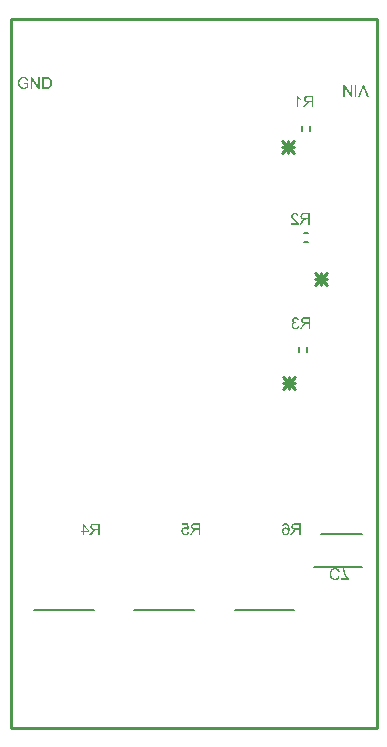
<source format=gbo>
G04*
G04 #@! TF.GenerationSoftware,Altium Limited,Altium Designer,22.10.1 (41)*
G04*
G04 Layer_Color=32896*
%FSLAX25Y25*%
%MOIN*%
G70*
G04*
G04 #@! TF.SameCoordinates,59214271-F8BB-42CD-AB19-65BC4A0A980D*
G04*
G04*
G04 #@! TF.FilePolarity,Positive*
G04*
G01*
G75*
%ADD11C,0.00787*%
%ADD13C,0.01000*%
G36*
X10294Y216894D02*
X10338D01*
X10443Y216883D01*
X10560Y216866D01*
X10682Y216838D01*
X10815Y216805D01*
X10943Y216761D01*
X10948D01*
X10960Y216755D01*
X10976Y216750D01*
X10998Y216738D01*
X11059Y216705D01*
X11137Y216666D01*
X11220Y216611D01*
X11309Y216544D01*
X11392Y216472D01*
X11470Y216383D01*
X11481Y216372D01*
X11503Y216339D01*
X11537Y216289D01*
X11581Y216217D01*
X11626Y216128D01*
X11675Y216017D01*
X11725Y215895D01*
X11764Y215756D01*
X11304Y215634D01*
Y215639D01*
X11298Y215645D01*
X11293Y215662D01*
X11287Y215684D01*
X11270Y215734D01*
X11248Y215800D01*
X11215Y215878D01*
X11176Y215950D01*
X11137Y216028D01*
X11087Y216095D01*
X11082Y216100D01*
X11065Y216122D01*
X11032Y216150D01*
X10993Y216189D01*
X10943Y216233D01*
X10876Y216278D01*
X10804Y216322D01*
X10721Y216361D01*
X10710Y216367D01*
X10682Y216378D01*
X10632Y216394D01*
X10565Y216417D01*
X10488Y216433D01*
X10399Y216450D01*
X10299Y216461D01*
X10194Y216466D01*
X10132D01*
X10105Y216461D01*
X10071D01*
X9988Y216455D01*
X9894Y216439D01*
X9788Y216422D01*
X9689Y216394D01*
X9589Y216355D01*
X9578Y216350D01*
X9544Y216339D01*
X9500Y216311D01*
X9444Y216283D01*
X9378Y216239D01*
X9306Y216195D01*
X9239Y216139D01*
X9178Y216078D01*
X9172Y216072D01*
X9150Y216050D01*
X9122Y216011D01*
X9089Y215967D01*
X9050Y215911D01*
X9011Y215845D01*
X8973Y215773D01*
X8934Y215695D01*
Y215689D01*
X8928Y215678D01*
X8923Y215662D01*
X8912Y215634D01*
X8900Y215601D01*
X8889Y215562D01*
X8873Y215517D01*
X8862Y215467D01*
X8834Y215351D01*
X8812Y215218D01*
X8795Y215079D01*
X8789Y214924D01*
Y214918D01*
Y214901D01*
Y214874D01*
X8795Y214840D01*
Y214796D01*
X8800Y214740D01*
X8806Y214685D01*
X8812Y214624D01*
X8834Y214485D01*
X8862Y214341D01*
X8906Y214196D01*
X8962Y214058D01*
Y214052D01*
X8973Y214041D01*
X8978Y214024D01*
X8995Y214002D01*
X9034Y213941D01*
X9095Y213863D01*
X9167Y213780D01*
X9256Y213697D01*
X9361Y213619D01*
X9478Y213547D01*
X9483D01*
X9494Y213542D01*
X9511Y213530D01*
X9539Y213519D01*
X9566Y213508D01*
X9605Y213497D01*
X9694Y213464D01*
X9805Y213436D01*
X9927Y213408D01*
X10060Y213386D01*
X10199Y213381D01*
X10255D01*
X10288Y213386D01*
X10321D01*
X10405Y213397D01*
X10504Y213408D01*
X10610Y213431D01*
X10726Y213464D01*
X10843Y213503D01*
X10848D01*
X10860Y213508D01*
X10871Y213514D01*
X10893Y213525D01*
X10954Y213553D01*
X11021Y213586D01*
X11098Y213625D01*
X11181Y213669D01*
X11259Y213719D01*
X11326Y213775D01*
Y214496D01*
X10194D01*
Y214951D01*
X11825D01*
Y213525D01*
X11820Y213519D01*
X11809Y213514D01*
X11786Y213497D01*
X11759Y213475D01*
X11725Y213453D01*
X11687Y213425D01*
X11637Y213392D01*
X11587Y213358D01*
X11470Y213286D01*
X11337Y213209D01*
X11198Y213136D01*
X11048Y213075D01*
X11043D01*
X11032Y213070D01*
X11009Y213064D01*
X10982Y213053D01*
X10943Y213042D01*
X10898Y213025D01*
X10848Y213014D01*
X10798Y213003D01*
X10676Y212976D01*
X10538Y212948D01*
X10388Y212931D01*
X10232Y212926D01*
X10177D01*
X10138Y212931D01*
X10088D01*
X10027Y212937D01*
X9961Y212948D01*
X9888Y212953D01*
X9727Y212987D01*
X9555Y213025D01*
X9378Y213087D01*
X9289Y213120D01*
X9200Y213164D01*
X9195Y213170D01*
X9178Y213175D01*
X9156Y213192D01*
X9122Y213209D01*
X9084Y213236D01*
X9045Y213264D01*
X8939Y213342D01*
X8828Y213442D01*
X8712Y213564D01*
X8601Y213703D01*
X8501Y213863D01*
Y213869D01*
X8490Y213886D01*
X8479Y213908D01*
X8462Y213947D01*
X8445Y213986D01*
X8429Y214041D01*
X8406Y214097D01*
X8384Y214163D01*
X8362Y214235D01*
X8340Y214319D01*
X8323Y214402D01*
X8307Y214491D01*
X8279Y214685D01*
X8268Y214890D01*
Y214896D01*
Y214918D01*
Y214946D01*
X8273Y214985D01*
Y215035D01*
X8279Y215096D01*
X8290Y215157D01*
X8296Y215229D01*
X8312Y215306D01*
X8323Y215390D01*
X8368Y215567D01*
X8423Y215751D01*
X8501Y215934D01*
X8506Y215939D01*
X8512Y215956D01*
X8523Y215978D01*
X8545Y216011D01*
X8567Y216056D01*
X8595Y216100D01*
X8673Y216206D01*
X8767Y216328D01*
X8884Y216444D01*
X9017Y216561D01*
X9095Y216611D01*
X9172Y216661D01*
X9178Y216666D01*
X9195Y216672D01*
X9217Y216683D01*
X9250Y216700D01*
X9295Y216716D01*
X9344Y216738D01*
X9400Y216761D01*
X9466Y216783D01*
X9539Y216805D01*
X9616Y216822D01*
X9700Y216844D01*
X9788Y216861D01*
X9983Y216888D01*
X10083Y216899D01*
X10260D01*
X10294Y216894D01*
D02*
G37*
G36*
X15594Y212992D02*
X15067D01*
X13057Y216006D01*
Y212992D01*
X12569D01*
Y216833D01*
X13091D01*
X15105Y213813D01*
Y216833D01*
X15594D01*
Y212992D01*
D02*
G37*
G36*
X18025Y216827D02*
X18136Y216822D01*
X18247Y216810D01*
X18358Y216794D01*
X18452Y216777D01*
X18458D01*
X18469Y216772D01*
X18485D01*
X18507Y216761D01*
X18568Y216744D01*
X18646Y216716D01*
X18735Y216677D01*
X18829Y216627D01*
X18924Y216572D01*
X19013Y216500D01*
X19018Y216494D01*
X19024Y216489D01*
X19040Y216472D01*
X19062Y216455D01*
X19118Y216400D01*
X19185Y216322D01*
X19257Y216228D01*
X19334Y216117D01*
X19407Y215989D01*
X19468Y215845D01*
Y215839D01*
X19473Y215828D01*
X19484Y215806D01*
X19490Y215773D01*
X19507Y215734D01*
X19518Y215689D01*
X19529Y215639D01*
X19545Y215578D01*
X19562Y215517D01*
X19573Y215445D01*
X19601Y215290D01*
X19617Y215118D01*
X19623Y214929D01*
Y214924D01*
Y214912D01*
Y214885D01*
Y214857D01*
X19617Y214818D01*
Y214774D01*
X19612Y214668D01*
X19595Y214546D01*
X19579Y214419D01*
X19551Y214285D01*
X19518Y214152D01*
Y214146D01*
X19512Y214135D01*
X19507Y214119D01*
X19501Y214097D01*
X19479Y214036D01*
X19445Y213958D01*
X19412Y213869D01*
X19368Y213780D01*
X19312Y213686D01*
X19257Y213597D01*
X19251Y213586D01*
X19229Y213558D01*
X19196Y213519D01*
X19151Y213469D01*
X19101Y213414D01*
X19040Y213358D01*
X18979Y213297D01*
X18907Y213247D01*
X18896Y213242D01*
X18874Y213225D01*
X18835Y213203D01*
X18779Y213175D01*
X18713Y213142D01*
X18635Y213114D01*
X18546Y213081D01*
X18446Y213053D01*
X18435D01*
X18419Y213048D01*
X18402Y213042D01*
X18347Y213036D01*
X18269Y213025D01*
X18180Y213014D01*
X18075Y213003D01*
X17958Y212998D01*
X17830Y212992D01*
X16448D01*
Y216833D01*
X17925D01*
X18025Y216827D01*
D02*
G37*
G36*
X119736Y210333D02*
X119214D01*
X117199Y213352D01*
Y210333D01*
X116711D01*
Y214173D01*
X117238D01*
X119247Y211160D01*
Y214173D01*
X119736D01*
Y210333D01*
D02*
G37*
G36*
X125202D02*
X124647D01*
X123648Y213124D01*
Y213130D01*
X123643Y213141D01*
X123637Y213158D01*
X123626Y213180D01*
X123621Y213213D01*
X123609Y213246D01*
X123582Y213330D01*
X123548Y213424D01*
X123515Y213529D01*
X123449Y213751D01*
Y213746D01*
X123443Y213735D01*
X123438Y213718D01*
X123432Y213696D01*
X123415Y213635D01*
X123388Y213552D01*
X123360Y213457D01*
X123327Y213352D01*
X123288Y213241D01*
X123243Y213124D01*
X122200Y210333D01*
X121684D01*
X123182Y214173D01*
X123715D01*
X125202Y210333D01*
D02*
G37*
G36*
X121140D02*
X120629D01*
Y214173D01*
X121140D01*
Y210333D01*
D02*
G37*
G36*
X97585Y68138D02*
X97690Y68127D01*
X97790Y68105D01*
X97885Y68077D01*
X97968Y68038D01*
X98051Y68005D01*
X98123Y67961D01*
X98190Y67922D01*
X98246Y67883D01*
X98301Y67839D01*
X98345Y67805D01*
X98379Y67772D01*
X98406Y67739D01*
X98429Y67716D01*
X98440Y67705D01*
X98445Y67700D01*
X98517Y67600D01*
X98579Y67483D01*
X98634Y67361D01*
X98684Y67234D01*
X98723Y67101D01*
X98756Y66967D01*
X98784Y66829D01*
X98806Y66701D01*
X98823Y66573D01*
X98834Y66457D01*
X98845Y66351D01*
X98850Y66262D01*
Y66185D01*
X98856Y66129D01*
Y66107D01*
Y66090D01*
Y66085D01*
Y66079D01*
X98850Y65902D01*
X98839Y65735D01*
X98823Y65580D01*
X98795Y65435D01*
X98767Y65308D01*
X98739Y65191D01*
X98706Y65086D01*
X98667Y64991D01*
X98634Y64914D01*
X98601Y64842D01*
X98573Y64786D01*
X98540Y64736D01*
X98517Y64697D01*
X98501Y64675D01*
X98490Y64658D01*
X98484Y64653D01*
X98412Y64575D01*
X98334Y64509D01*
X98257Y64453D01*
X98179Y64403D01*
X98096Y64359D01*
X98018Y64325D01*
X97940Y64298D01*
X97862Y64275D01*
X97796Y64259D01*
X97729Y64242D01*
X97674Y64231D01*
X97624Y64226D01*
X97579D01*
X97552Y64220D01*
X97524D01*
X97396Y64226D01*
X97280Y64248D01*
X97174Y64270D01*
X97080Y64303D01*
X97008Y64331D01*
X96952Y64359D01*
X96930Y64364D01*
X96913Y64375D01*
X96908Y64381D01*
X96902D01*
X96808Y64448D01*
X96719Y64525D01*
X96647Y64603D01*
X96586Y64681D01*
X96536Y64753D01*
X96503Y64808D01*
X96492Y64830D01*
X96481Y64847D01*
X96475Y64853D01*
Y64858D01*
X96420Y64975D01*
X96381Y65097D01*
X96353Y65208D01*
X96336Y65313D01*
X96320Y65402D01*
Y65435D01*
X96314Y65469D01*
Y65496D01*
Y65513D01*
Y65524D01*
Y65530D01*
X96320Y65630D01*
X96331Y65724D01*
X96347Y65818D01*
X96364Y65902D01*
X96392Y65979D01*
X96420Y66057D01*
X96447Y66124D01*
X96481Y66185D01*
X96514Y66240D01*
X96542Y66290D01*
X96569Y66329D01*
X96597Y66368D01*
X96614Y66396D01*
X96630Y66412D01*
X96641Y66423D01*
X96647Y66429D01*
X96708Y66490D01*
X96775Y66545D01*
X96847Y66590D01*
X96913Y66629D01*
X96980Y66668D01*
X97047Y66695D01*
X97174Y66734D01*
X97230Y66751D01*
X97285Y66762D01*
X97330Y66768D01*
X97374Y66773D01*
X97407Y66779D01*
X97452D01*
X97552Y66773D01*
X97646Y66756D01*
X97735Y66740D01*
X97813Y66717D01*
X97879Y66690D01*
X97929Y66673D01*
X97962Y66657D01*
X97968Y66651D01*
X97974D01*
X98062Y66595D01*
X98140Y66534D01*
X98212Y66473D01*
X98268Y66407D01*
X98318Y66351D01*
X98356Y66307D01*
X98379Y66273D01*
X98384Y66268D01*
Y66368D01*
X98379Y66468D01*
X98373Y66557D01*
X98362Y66645D01*
X98356Y66723D01*
X98345Y66795D01*
X98334Y66862D01*
X98318Y66923D01*
X98307Y66978D01*
X98295Y67023D01*
X98284Y67062D01*
X98279Y67095D01*
X98268Y67117D01*
X98262Y67134D01*
X98257Y67145D01*
Y67150D01*
X98201Y67261D01*
X98146Y67361D01*
X98084Y67439D01*
X98029Y67506D01*
X97979Y67561D01*
X97940Y67600D01*
X97913Y67622D01*
X97901Y67628D01*
X97835Y67672D01*
X97768Y67700D01*
X97702Y67722D01*
X97635Y67739D01*
X97585Y67750D01*
X97541Y67755D01*
X97502D01*
X97402Y67744D01*
X97307Y67722D01*
X97230Y67689D01*
X97158Y67655D01*
X97102Y67617D01*
X97063Y67583D01*
X97041Y67561D01*
X97030Y67550D01*
X96991Y67500D01*
X96952Y67439D01*
X96919Y67372D01*
X96897Y67306D01*
X96875Y67245D01*
X96858Y67195D01*
X96852Y67162D01*
X96847Y67156D01*
Y67150D01*
X96375Y67189D01*
X96408Y67345D01*
X96458Y67483D01*
X96514Y67606D01*
X96575Y67705D01*
X96636Y67783D01*
X96658Y67816D01*
X96686Y67844D01*
X96703Y67861D01*
X96719Y67878D01*
X96725Y67883D01*
X96730Y67889D01*
X96786Y67933D01*
X96847Y67972D01*
X96969Y68038D01*
X97091Y68083D01*
X97208Y68111D01*
X97313Y68133D01*
X97357Y68138D01*
X97396D01*
X97430Y68144D01*
X97474D01*
X97585Y68138D01*
D02*
G37*
G36*
X102508Y64287D02*
X101997D01*
Y65991D01*
X101342D01*
X101281Y65985D01*
X101237D01*
X101198Y65979D01*
X101170Y65974D01*
X101148D01*
X101137Y65968D01*
X101131D01*
X101043Y65940D01*
X101004Y65924D01*
X100970Y65907D01*
X100937Y65891D01*
X100915Y65879D01*
X100904Y65874D01*
X100898Y65868D01*
X100854Y65835D01*
X100810Y65796D01*
X100726Y65713D01*
X100688Y65674D01*
X100660Y65641D01*
X100643Y65619D01*
X100637Y65613D01*
X100582Y65535D01*
X100521Y65452D01*
X100460Y65363D01*
X100399Y65280D01*
X100349Y65202D01*
X100310Y65141D01*
X100293Y65119D01*
X100282Y65102D01*
X100271Y65091D01*
Y65086D01*
X99766Y64287D01*
X99133D01*
X99794Y65330D01*
X99872Y65441D01*
X99944Y65541D01*
X100016Y65624D01*
X100077Y65702D01*
X100133Y65757D01*
X100177Y65802D01*
X100205Y65829D01*
X100216Y65841D01*
X100260Y65874D01*
X100310Y65913D01*
X100410Y65974D01*
X100454Y65996D01*
X100488Y66018D01*
X100510Y66029D01*
X100521Y66035D01*
X100421Y66052D01*
X100327Y66068D01*
X100243Y66096D01*
X100160Y66118D01*
X100088Y66146D01*
X100022Y66179D01*
X99960Y66207D01*
X99905Y66235D01*
X99861Y66268D01*
X99816Y66296D01*
X99783Y66318D01*
X99755Y66340D01*
X99733Y66357D01*
X99716Y66373D01*
X99711Y66379D01*
X99705Y66385D01*
X99661Y66440D01*
X99616Y66496D01*
X99550Y66612D01*
X99505Y66729D01*
X99472Y66840D01*
X99450Y66934D01*
X99444Y66973D01*
Y67012D01*
X99439Y67039D01*
Y67062D01*
Y67073D01*
Y67078D01*
X99444Y67195D01*
X99461Y67300D01*
X99489Y67400D01*
X99516Y67483D01*
X99550Y67556D01*
X99572Y67611D01*
X99594Y67644D01*
X99600Y67650D01*
Y67655D01*
X99666Y67744D01*
X99733Y67822D01*
X99805Y67889D01*
X99872Y67939D01*
X99933Y67977D01*
X99983Y68000D01*
X100016Y68016D01*
X100022Y68022D01*
X100027D01*
X100077Y68038D01*
X100138Y68055D01*
X100260Y68083D01*
X100393Y68099D01*
X100515Y68116D01*
X100632Y68122D01*
X100682D01*
X100726Y68127D01*
X102508D01*
Y64287D01*
D02*
G37*
G36*
X65250Y66101D02*
X64806Y66040D01*
X64768Y66101D01*
X64718Y66151D01*
X64673Y66201D01*
X64629Y66240D01*
X64584Y66268D01*
X64551Y66296D01*
X64529Y66307D01*
X64524Y66312D01*
X64451Y66346D01*
X64379Y66373D01*
X64313Y66390D01*
X64246Y66407D01*
X64191Y66412D01*
X64146Y66418D01*
X64041D01*
X63974Y66407D01*
X63858Y66379D01*
X63758Y66340D01*
X63669Y66301D01*
X63602Y66257D01*
X63552Y66218D01*
X63525Y66190D01*
X63513Y66185D01*
Y66179D01*
X63436Y66085D01*
X63380Y65985D01*
X63341Y65879D01*
X63314Y65774D01*
X63297Y65685D01*
X63291Y65646D01*
Y65613D01*
X63286Y65585D01*
Y65563D01*
Y65552D01*
Y65547D01*
Y65469D01*
X63297Y65397D01*
X63325Y65258D01*
X63363Y65141D01*
X63402Y65047D01*
X63447Y64969D01*
X63486Y64908D01*
X63502Y64892D01*
X63513Y64875D01*
X63519Y64869D01*
X63525Y64864D01*
X63569Y64819D01*
X63613Y64781D01*
X63713Y64714D01*
X63807Y64670D01*
X63902Y64642D01*
X63980Y64620D01*
X64046Y64614D01*
X64068Y64609D01*
X64102D01*
X64207Y64614D01*
X64302Y64636D01*
X64385Y64664D01*
X64451Y64697D01*
X64512Y64731D01*
X64557Y64758D01*
X64579Y64781D01*
X64590Y64786D01*
X64657Y64864D01*
X64712Y64947D01*
X64757Y65041D01*
X64790Y65125D01*
X64812Y65208D01*
X64829Y65269D01*
X64834Y65297D01*
X64840Y65313D01*
Y65324D01*
Y65330D01*
X65334Y65291D01*
X65323Y65202D01*
X65306Y65119D01*
X65256Y64964D01*
X65195Y64830D01*
X65162Y64770D01*
X65128Y64719D01*
X65101Y64670D01*
X65067Y64625D01*
X65040Y64592D01*
X65012Y64564D01*
X64990Y64542D01*
X64979Y64520D01*
X64968Y64514D01*
X64962Y64509D01*
X64895Y64459D01*
X64829Y64414D01*
X64757Y64375D01*
X64684Y64342D01*
X64546Y64292D01*
X64407Y64259D01*
X64346Y64242D01*
X64285Y64237D01*
X64235Y64231D01*
X64191Y64226D01*
X64152Y64220D01*
X64102D01*
X63985Y64226D01*
X63874Y64242D01*
X63769Y64264D01*
X63674Y64292D01*
X63586Y64331D01*
X63502Y64370D01*
X63425Y64409D01*
X63358Y64453D01*
X63297Y64498D01*
X63241Y64536D01*
X63197Y64581D01*
X63158Y64614D01*
X63130Y64642D01*
X63108Y64664D01*
X63097Y64681D01*
X63092Y64686D01*
X63036Y64758D01*
X62992Y64836D01*
X62947Y64908D01*
X62914Y64986D01*
X62858Y65136D01*
X62825Y65280D01*
X62814Y65341D01*
X62803Y65402D01*
X62797Y65452D01*
X62792Y65496D01*
X62786Y65535D01*
Y65563D01*
Y65580D01*
Y65585D01*
X62792Y65685D01*
X62803Y65780D01*
X62820Y65874D01*
X62842Y65957D01*
X62870Y66035D01*
X62897Y66113D01*
X62931Y66179D01*
X62958Y66240D01*
X62992Y66296D01*
X63025Y66346D01*
X63053Y66385D01*
X63081Y66423D01*
X63103Y66451D01*
X63119Y66468D01*
X63130Y66479D01*
X63136Y66484D01*
X63203Y66545D01*
X63269Y66601D01*
X63341Y66645D01*
X63414Y66684D01*
X63486Y66723D01*
X63558Y66751D01*
X63691Y66790D01*
X63752Y66806D01*
X63807Y66817D01*
X63858Y66823D01*
X63902Y66829D01*
X63935Y66834D01*
X64057D01*
X64124Y66823D01*
X64257Y66795D01*
X64379Y66756D01*
X64490Y66712D01*
X64579Y66668D01*
X64618Y66645D01*
X64651Y66629D01*
X64679Y66612D01*
X64696Y66601D01*
X64707Y66595D01*
X64712Y66590D01*
X64507Y67628D01*
X62969D01*
Y68077D01*
X64879D01*
X65250Y66101D01*
D02*
G37*
G36*
X69008Y64287D02*
X68497D01*
Y65991D01*
X67842D01*
X67781Y65985D01*
X67737D01*
X67698Y65979D01*
X67670Y65974D01*
X67648D01*
X67637Y65968D01*
X67632D01*
X67543Y65940D01*
X67504Y65924D01*
X67471Y65907D01*
X67437Y65891D01*
X67415Y65879D01*
X67404Y65874D01*
X67398Y65868D01*
X67354Y65835D01*
X67310Y65796D01*
X67226Y65713D01*
X67188Y65674D01*
X67160Y65641D01*
X67143Y65619D01*
X67137Y65613D01*
X67082Y65535D01*
X67021Y65452D01*
X66960Y65363D01*
X66899Y65280D01*
X66849Y65202D01*
X66810Y65141D01*
X66793Y65119D01*
X66782Y65102D01*
X66771Y65091D01*
Y65086D01*
X66266Y64287D01*
X65633D01*
X66294Y65330D01*
X66372Y65441D01*
X66444Y65541D01*
X66516Y65624D01*
X66577Y65702D01*
X66632Y65757D01*
X66677Y65802D01*
X66705Y65829D01*
X66716Y65841D01*
X66760Y65874D01*
X66810Y65913D01*
X66910Y65974D01*
X66954Y65996D01*
X66988Y66018D01*
X67010Y66029D01*
X67021Y66035D01*
X66921Y66052D01*
X66827Y66068D01*
X66743Y66096D01*
X66660Y66118D01*
X66588Y66146D01*
X66522Y66179D01*
X66460Y66207D01*
X66405Y66235D01*
X66360Y66268D01*
X66316Y66296D01*
X66283Y66318D01*
X66255Y66340D01*
X66233Y66357D01*
X66216Y66373D01*
X66211Y66379D01*
X66205Y66385D01*
X66161Y66440D01*
X66116Y66496D01*
X66050Y66612D01*
X66005Y66729D01*
X65972Y66840D01*
X65950Y66934D01*
X65944Y66973D01*
Y67012D01*
X65939Y67039D01*
Y67062D01*
Y67073D01*
Y67078D01*
X65944Y67195D01*
X65961Y67300D01*
X65989Y67400D01*
X66016Y67483D01*
X66050Y67556D01*
X66072Y67611D01*
X66094Y67644D01*
X66100Y67650D01*
Y67655D01*
X66166Y67744D01*
X66233Y67822D01*
X66305Y67889D01*
X66372Y67939D01*
X66433Y67977D01*
X66483Y68000D01*
X66516Y68016D01*
X66522Y68022D01*
X66527D01*
X66577Y68038D01*
X66638Y68055D01*
X66760Y68083D01*
X66893Y68099D01*
X67015Y68116D01*
X67132Y68122D01*
X67182D01*
X67226Y68127D01*
X69008D01*
Y64287D01*
D02*
G37*
G36*
X35508Y64187D02*
X34997D01*
Y65891D01*
X34342D01*
X34281Y65885D01*
X34237D01*
X34198Y65879D01*
X34170Y65874D01*
X34148D01*
X34137Y65868D01*
X34132D01*
X34043Y65841D01*
X34004Y65824D01*
X33970Y65807D01*
X33937Y65791D01*
X33915Y65780D01*
X33904Y65774D01*
X33898Y65768D01*
X33854Y65735D01*
X33810Y65696D01*
X33726Y65613D01*
X33687Y65574D01*
X33660Y65541D01*
X33643Y65519D01*
X33637Y65513D01*
X33582Y65435D01*
X33521Y65352D01*
X33460Y65263D01*
X33399Y65180D01*
X33349Y65102D01*
X33310Y65041D01*
X33293Y65019D01*
X33282Y65003D01*
X33271Y64991D01*
Y64986D01*
X32766Y64187D01*
X32133D01*
X32794Y65230D01*
X32872Y65341D01*
X32944Y65441D01*
X33016Y65524D01*
X33077Y65602D01*
X33132Y65657D01*
X33177Y65702D01*
X33205Y65729D01*
X33216Y65741D01*
X33260Y65774D01*
X33310Y65813D01*
X33410Y65874D01*
X33454Y65896D01*
X33488Y65918D01*
X33510Y65929D01*
X33521Y65935D01*
X33421Y65952D01*
X33327Y65968D01*
X33244Y65996D01*
X33160Y66018D01*
X33088Y66046D01*
X33022Y66079D01*
X32960Y66107D01*
X32905Y66135D01*
X32860Y66168D01*
X32816Y66196D01*
X32783Y66218D01*
X32755Y66240D01*
X32733Y66257D01*
X32716Y66273D01*
X32711Y66279D01*
X32705Y66285D01*
X32661Y66340D01*
X32616Y66395D01*
X32550Y66512D01*
X32505Y66629D01*
X32472Y66740D01*
X32450Y66834D01*
X32444Y66873D01*
Y66912D01*
X32439Y66939D01*
Y66962D01*
Y66973D01*
Y66978D01*
X32444Y67095D01*
X32461Y67200D01*
X32489Y67300D01*
X32516Y67383D01*
X32550Y67456D01*
X32572Y67511D01*
X32594Y67544D01*
X32600Y67550D01*
Y67555D01*
X32666Y67644D01*
X32733Y67722D01*
X32805Y67789D01*
X32872Y67839D01*
X32933Y67877D01*
X32983Y67900D01*
X33016Y67916D01*
X33022Y67922D01*
X33027D01*
X33077Y67938D01*
X33138Y67955D01*
X33260Y67983D01*
X33393Y68000D01*
X33515Y68016D01*
X33632Y68022D01*
X33682D01*
X33726Y68027D01*
X35508D01*
Y64187D01*
D02*
G37*
G36*
X31995Y65541D02*
Y65108D01*
X30324D01*
Y64187D01*
X29852D01*
Y65108D01*
X29331D01*
Y65541D01*
X29852D01*
Y68027D01*
X30235D01*
X31995Y65541D01*
D02*
G37*
G36*
X101006Y136817D02*
X101156Y136789D01*
X101284Y136745D01*
X101395Y136700D01*
X101445Y136673D01*
X101483Y136651D01*
X101522Y136628D01*
X101550Y136606D01*
X101572Y136590D01*
X101589Y136578D01*
X101600Y136573D01*
X101605Y136567D01*
X101711Y136462D01*
X101794Y136345D01*
X101861Y136223D01*
X101916Y136101D01*
X101950Y135996D01*
X101966Y135951D01*
X101977Y135912D01*
X101983Y135879D01*
X101988Y135857D01*
X101994Y135840D01*
Y135835D01*
X101522Y135751D01*
X101500Y135873D01*
X101467Y135979D01*
X101428Y136068D01*
X101389Y136140D01*
X101350Y136195D01*
X101317Y136234D01*
X101295Y136262D01*
X101289Y136268D01*
X101217Y136323D01*
X101139Y136367D01*
X101067Y136395D01*
X100995Y136417D01*
X100928Y136428D01*
X100879Y136440D01*
X100834D01*
X100734Y136434D01*
X100645Y136412D01*
X100568Y136384D01*
X100501Y136356D01*
X100451Y136323D01*
X100412Y136295D01*
X100384Y136273D01*
X100379Y136268D01*
X100318Y136201D01*
X100274Y136129D01*
X100246Y136057D01*
X100224Y135990D01*
X100213Y135929D01*
X100201Y135885D01*
Y135851D01*
Y135846D01*
Y135840D01*
Y135779D01*
X100213Y135724D01*
X100240Y135629D01*
X100279Y135546D01*
X100323Y135474D01*
X100368Y135424D01*
X100407Y135385D01*
X100435Y135363D01*
X100440Y135357D01*
X100446D01*
X100540Y135307D01*
X100629Y135269D01*
X100723Y135241D01*
X100806Y135224D01*
X100879Y135213D01*
X100940Y135202D01*
X101012D01*
X101034Y135207D01*
X101062D01*
X101117Y134791D01*
X101045Y134808D01*
X100978Y134819D01*
X100923Y134830D01*
X100873Y134836D01*
X100834Y134841D01*
X100784D01*
X100668Y134830D01*
X100562Y134808D01*
X100468Y134775D01*
X100390Y134736D01*
X100329Y134697D01*
X100285Y134664D01*
X100257Y134641D01*
X100246Y134630D01*
X100174Y134547D01*
X100118Y134458D01*
X100079Y134370D01*
X100057Y134281D01*
X100040Y134209D01*
X100035Y134148D01*
X100029Y134125D01*
Y134109D01*
Y134098D01*
Y134092D01*
X100040Y133970D01*
X100068Y133859D01*
X100101Y133765D01*
X100146Y133681D01*
X100190Y133615D01*
X100224Y133565D01*
X100251Y133531D01*
X100262Y133520D01*
X100351Y133443D01*
X100446Y133387D01*
X100540Y133348D01*
X100629Y133320D01*
X100706Y133304D01*
X100768Y133298D01*
X100790Y133293D01*
X100823D01*
X100923Y133298D01*
X101017Y133320D01*
X101101Y133348D01*
X101167Y133382D01*
X101223Y133409D01*
X101267Y133437D01*
X101289Y133459D01*
X101300Y133465D01*
X101367Y133543D01*
X101422Y133631D01*
X101472Y133726D01*
X101511Y133826D01*
X101539Y133909D01*
X101550Y133948D01*
X101556Y133981D01*
X101561Y134009D01*
X101567Y134031D01*
X101572Y134042D01*
Y134048D01*
X102044Y133986D01*
X102033Y133898D01*
X102016Y133815D01*
X101966Y133659D01*
X101905Y133526D01*
X101872Y133470D01*
X101839Y133415D01*
X101805Y133365D01*
X101772Y133326D01*
X101744Y133287D01*
X101716Y133259D01*
X101700Y133237D01*
X101683Y133221D01*
X101672Y133210D01*
X101667Y133204D01*
X101600Y133154D01*
X101533Y133104D01*
X101467Y133065D01*
X101395Y133032D01*
X101256Y132976D01*
X101123Y132943D01*
X101062Y132932D01*
X101006Y132921D01*
X100956Y132915D01*
X100912Y132910D01*
X100879Y132904D01*
X100829D01*
X100723Y132910D01*
X100629Y132921D01*
X100534Y132938D01*
X100446Y132960D01*
X100362Y132987D01*
X100290Y133015D01*
X100218Y133049D01*
X100157Y133082D01*
X100096Y133110D01*
X100046Y133143D01*
X100002Y133171D01*
X99968Y133198D01*
X99941Y133221D01*
X99918Y133237D01*
X99907Y133248D01*
X99902Y133254D01*
X99835Y133320D01*
X99780Y133393D01*
X99730Y133465D01*
X99685Y133537D01*
X99652Y133604D01*
X99619Y133676D01*
X99574Y133809D01*
X99563Y133870D01*
X99552Y133925D01*
X99541Y133975D01*
X99535Y134020D01*
X99530Y134053D01*
Y134081D01*
Y134098D01*
Y134103D01*
X99535Y134236D01*
X99558Y134358D01*
X99591Y134464D01*
X99624Y134553D01*
X99657Y134625D01*
X99691Y134680D01*
X99713Y134714D01*
X99718Y134725D01*
X99796Y134808D01*
X99879Y134880D01*
X99968Y134936D01*
X100057Y134980D01*
X100135Y135013D01*
X100196Y135036D01*
X100218Y135041D01*
X100235Y135047D01*
X100246Y135052D01*
X100251D01*
X100157Y135102D01*
X100079Y135152D01*
X100013Y135207D01*
X99957Y135257D01*
X99913Y135302D01*
X99879Y135341D01*
X99863Y135363D01*
X99857Y135374D01*
X99813Y135452D01*
X99780Y135529D01*
X99752Y135607D01*
X99735Y135679D01*
X99724Y135740D01*
X99718Y135785D01*
Y135818D01*
Y135829D01*
X99724Y135924D01*
X99741Y136018D01*
X99763Y136101D01*
X99791Y136173D01*
X99818Y136234D01*
X99841Y136284D01*
X99857Y136312D01*
X99863Y136323D01*
X99918Y136406D01*
X99985Y136478D01*
X100051Y136539D01*
X100118Y136595D01*
X100174Y136634D01*
X100224Y136667D01*
X100257Y136684D01*
X100262Y136689D01*
X100268D01*
X100368Y136734D01*
X100468Y136767D01*
X100568Y136795D01*
X100656Y136811D01*
X100729Y136823D01*
X100790Y136828D01*
X100928D01*
X101006Y136817D01*
D02*
G37*
G36*
X105724Y132971D02*
X105213D01*
Y134675D01*
X104558D01*
X104497Y134669D01*
X104453D01*
X104414Y134664D01*
X104386Y134658D01*
X104364D01*
X104353Y134652D01*
X104347D01*
X104258Y134625D01*
X104220Y134608D01*
X104186Y134591D01*
X104153Y134575D01*
X104131Y134564D01*
X104120Y134558D01*
X104114Y134553D01*
X104070Y134519D01*
X104025Y134481D01*
X103942Y134397D01*
X103903Y134358D01*
X103876Y134325D01*
X103859Y134303D01*
X103853Y134297D01*
X103798Y134220D01*
X103737Y134136D01*
X103676Y134048D01*
X103615Y133964D01*
X103565Y133887D01*
X103526Y133826D01*
X103509Y133803D01*
X103498Y133787D01*
X103487Y133776D01*
Y133770D01*
X102982Y132971D01*
X102349D01*
X103010Y134014D01*
X103087Y134125D01*
X103159Y134225D01*
X103232Y134308D01*
X103293Y134386D01*
X103348Y134442D01*
X103393Y134486D01*
X103420Y134514D01*
X103431Y134525D01*
X103476Y134558D01*
X103526Y134597D01*
X103626Y134658D01*
X103670Y134680D01*
X103703Y134703D01*
X103726Y134714D01*
X103737Y134719D01*
X103637Y134736D01*
X103542Y134752D01*
X103459Y134780D01*
X103376Y134802D01*
X103304Y134830D01*
X103237Y134863D01*
X103176Y134891D01*
X103121Y134919D01*
X103076Y134952D01*
X103032Y134980D01*
X102999Y135002D01*
X102971Y135024D01*
X102949Y135041D01*
X102932Y135058D01*
X102926Y135063D01*
X102921Y135069D01*
X102876Y135124D01*
X102832Y135180D01*
X102766Y135296D01*
X102721Y135413D01*
X102688Y135524D01*
X102666Y135618D01*
X102660Y135657D01*
Y135696D01*
X102655Y135724D01*
Y135746D01*
Y135757D01*
Y135763D01*
X102660Y135879D01*
X102677Y135985D01*
X102704Y136084D01*
X102732Y136168D01*
X102766Y136240D01*
X102788Y136295D01*
X102810Y136329D01*
X102815Y136334D01*
Y136340D01*
X102882Y136428D01*
X102949Y136506D01*
X103021Y136573D01*
X103087Y136623D01*
X103148Y136662D01*
X103198Y136684D01*
X103232Y136700D01*
X103237Y136706D01*
X103243D01*
X103293Y136723D01*
X103354Y136739D01*
X103476Y136767D01*
X103609Y136784D01*
X103731Y136800D01*
X103848Y136806D01*
X103898D01*
X103942Y136811D01*
X105724D01*
Y132971D01*
D02*
G37*
G36*
X100694Y171570D02*
X100789Y171564D01*
X100877Y171548D01*
X100961Y171531D01*
X101038Y171509D01*
X101110Y171487D01*
X101177Y171459D01*
X101238Y171431D01*
X101294Y171403D01*
X101338Y171376D01*
X101377Y171353D01*
X101410Y171331D01*
X101438Y171315D01*
X101455Y171298D01*
X101466Y171292D01*
X101471Y171287D01*
X101527Y171231D01*
X101577Y171170D01*
X101627Y171104D01*
X101665Y171037D01*
X101732Y170904D01*
X101777Y170771D01*
X101793Y170710D01*
X101810Y170649D01*
X101821Y170599D01*
X101832Y170554D01*
X101838Y170515D01*
Y170488D01*
X101843Y170471D01*
Y170465D01*
X101360Y170415D01*
X101349Y170543D01*
X101327Y170654D01*
X101294Y170754D01*
X101255Y170832D01*
X101222Y170898D01*
X101188Y170943D01*
X101166Y170970D01*
X101155Y170982D01*
X101072Y171048D01*
X100983Y171098D01*
X100889Y171137D01*
X100805Y171159D01*
X100727Y171176D01*
X100661Y171181D01*
X100639Y171187D01*
X100605D01*
X100489Y171181D01*
X100383Y171159D01*
X100295Y171126D01*
X100217Y171092D01*
X100156Y171054D01*
X100117Y171026D01*
X100089Y171004D01*
X100078Y170993D01*
X100012Y170915D01*
X99962Y170837D01*
X99923Y170759D01*
X99901Y170682D01*
X99884Y170621D01*
X99878Y170565D01*
X99873Y170532D01*
Y170526D01*
Y170521D01*
X99884Y170421D01*
X99906Y170316D01*
X99945Y170221D01*
X99984Y170132D01*
X100028Y170060D01*
X100067Y169999D01*
X100078Y169977D01*
X100089Y169960D01*
X100100Y169955D01*
Y169949D01*
X100145Y169888D01*
X100200Y169827D01*
X100261Y169761D01*
X100328Y169694D01*
X100467Y169561D01*
X100605Y169428D01*
X100678Y169367D01*
X100739Y169311D01*
X100800Y169261D01*
X100850Y169217D01*
X100889Y169183D01*
X100922Y169156D01*
X100944Y169139D01*
X100950Y169133D01*
X101088Y169017D01*
X101216Y168906D01*
X101321Y168806D01*
X101405Y168723D01*
X101477Y168650D01*
X101527Y168601D01*
X101555Y168567D01*
X101566Y168562D01*
Y168556D01*
X101643Y168462D01*
X101704Y168373D01*
X101760Y168284D01*
X101804Y168207D01*
X101838Y168140D01*
X101860Y168090D01*
X101871Y168057D01*
X101876Y168051D01*
Y168046D01*
X101899Y167984D01*
X101910Y167929D01*
X101921Y167874D01*
X101926Y167824D01*
X101932Y167779D01*
Y167746D01*
Y167724D01*
Y167718D01*
X99384D01*
Y168173D01*
X101277D01*
X101210Y168268D01*
X101177Y168306D01*
X101149Y168345D01*
X101122Y168379D01*
X101099Y168401D01*
X101083Y168417D01*
X101077Y168423D01*
X101049Y168451D01*
X101016Y168479D01*
X100938Y168551D01*
X100850Y168634D01*
X100755Y168717D01*
X100666Y168789D01*
X100628Y168823D01*
X100594Y168856D01*
X100567Y168878D01*
X100544Y168895D01*
X100533Y168906D01*
X100528Y168911D01*
X100439Y168989D01*
X100350Y169061D01*
X100272Y169133D01*
X100200Y169194D01*
X100134Y169255D01*
X100078Y169311D01*
X100023Y169361D01*
X99978Y169405D01*
X99934Y169450D01*
X99901Y169483D01*
X99873Y169511D01*
X99845Y169538D01*
X99817Y169572D01*
X99806Y169583D01*
X99729Y169677D01*
X99662Y169761D01*
X99606Y169844D01*
X99562Y169910D01*
X99529Y169971D01*
X99506Y170016D01*
X99495Y170044D01*
X99490Y170055D01*
X99457Y170138D01*
X99434Y170221D01*
X99412Y170299D01*
X99401Y170366D01*
X99396Y170426D01*
X99390Y170471D01*
Y170499D01*
Y170510D01*
X99396Y170593D01*
X99407Y170671D01*
X99418Y170748D01*
X99440Y170815D01*
X99495Y170948D01*
X99551Y171054D01*
X99584Y171104D01*
X99612Y171142D01*
X99640Y171181D01*
X99668Y171209D01*
X99690Y171231D01*
X99701Y171254D01*
X99712Y171259D01*
X99717Y171265D01*
X99778Y171320D01*
X99845Y171370D01*
X99917Y171409D01*
X99989Y171442D01*
X100134Y171498D01*
X100278Y171537D01*
X100339Y171548D01*
X100400Y171559D01*
X100456Y171564D01*
X100500Y171570D01*
X100539Y171575D01*
X100594D01*
X100694Y171570D01*
D02*
G37*
G36*
X105539Y167718D02*
X105029D01*
Y169422D01*
X104374D01*
X104313Y169416D01*
X104268D01*
X104230Y169411D01*
X104202Y169405D01*
X104180D01*
X104168Y169400D01*
X104163D01*
X104074Y169372D01*
X104035Y169355D01*
X104002Y169339D01*
X103969Y169322D01*
X103946Y169311D01*
X103935Y169305D01*
X103930Y169300D01*
X103885Y169267D01*
X103841Y169228D01*
X103758Y169144D01*
X103719Y169106D01*
X103691Y169072D01*
X103675Y169050D01*
X103669Y169045D01*
X103613Y168967D01*
X103552Y168884D01*
X103491Y168795D01*
X103430Y168712D01*
X103380Y168634D01*
X103342Y168573D01*
X103325Y168551D01*
X103314Y168534D01*
X103303Y168523D01*
Y168517D01*
X102798Y167718D01*
X102165D01*
X102825Y168762D01*
X102903Y168872D01*
X102975Y168972D01*
X103047Y169056D01*
X103109Y169133D01*
X103164Y169189D01*
X103208Y169233D01*
X103236Y169261D01*
X103247Y169272D01*
X103292Y169305D01*
X103342Y169344D01*
X103442Y169405D01*
X103486Y169428D01*
X103519Y169450D01*
X103541Y169461D01*
X103552Y169466D01*
X103453Y169483D01*
X103358Y169500D01*
X103275Y169527D01*
X103192Y169550D01*
X103120Y169577D01*
X103053Y169611D01*
X102992Y169638D01*
X102936Y169666D01*
X102892Y169700D01*
X102848Y169727D01*
X102814Y169749D01*
X102787Y169772D01*
X102764Y169788D01*
X102748Y169805D01*
X102742Y169810D01*
X102737Y169816D01*
X102692Y169871D01*
X102648Y169927D01*
X102581Y170044D01*
X102537Y170160D01*
X102504Y170271D01*
X102481Y170366D01*
X102476Y170404D01*
Y170443D01*
X102470Y170471D01*
Y170493D01*
Y170504D01*
Y170510D01*
X102476Y170626D01*
X102492Y170732D01*
X102520Y170832D01*
X102548Y170915D01*
X102581Y170987D01*
X102603Y171043D01*
X102626Y171076D01*
X102631Y171081D01*
Y171087D01*
X102698Y171176D01*
X102764Y171254D01*
X102837Y171320D01*
X102903Y171370D01*
X102964Y171409D01*
X103014Y171431D01*
X103047Y171448D01*
X103053Y171453D01*
X103059D01*
X103109Y171470D01*
X103170Y171487D01*
X103292Y171514D01*
X103425Y171531D01*
X103547Y171548D01*
X103664Y171553D01*
X103713D01*
X103758Y171559D01*
X105539D01*
Y167718D01*
D02*
G37*
G36*
X101634Y210497D02*
X101695Y210408D01*
X101768Y210319D01*
X101834Y210241D01*
X101901Y210175D01*
X101951Y210119D01*
X101973Y210103D01*
X101989Y210086D01*
X101995Y210081D01*
X102001Y210075D01*
X102117Y209981D01*
X102234Y209892D01*
X102345Y209814D01*
X102456Y209753D01*
X102550Y209698D01*
X102589Y209675D01*
X102622Y209659D01*
X102650Y209642D01*
X102672Y209636D01*
X102683Y209625D01*
X102689D01*
Y209170D01*
X102605Y209204D01*
X102522Y209243D01*
X102439Y209281D01*
X102361Y209320D01*
X102295Y209353D01*
X102239Y209381D01*
X102206Y209403D01*
X102200Y209409D01*
X102195D01*
X102095Y209470D01*
X102006Y209531D01*
X101928Y209587D01*
X101867Y209636D01*
X101812Y209675D01*
X101779Y209709D01*
X101751Y209731D01*
X101745Y209736D01*
Y206734D01*
X101274D01*
Y210591D01*
X101579D01*
X101634Y210497D01*
D02*
G37*
G36*
X106724Y206734D02*
X106213D01*
Y208438D01*
X105558D01*
X105497Y208432D01*
X105453D01*
X105414Y208427D01*
X105386Y208421D01*
X105364D01*
X105353Y208416D01*
X105347D01*
X105258Y208388D01*
X105220Y208371D01*
X105186Y208354D01*
X105153Y208338D01*
X105131Y208327D01*
X105120Y208321D01*
X105114Y208316D01*
X105070Y208282D01*
X105025Y208243D01*
X104942Y208160D01*
X104903Y208121D01*
X104876Y208088D01*
X104859Y208066D01*
X104853Y208060D01*
X104798Y207983D01*
X104737Y207899D01*
X104676Y207811D01*
X104615Y207727D01*
X104565Y207650D01*
X104526Y207589D01*
X104509Y207566D01*
X104498Y207550D01*
X104487Y207539D01*
Y207533D01*
X103982Y206734D01*
X103349D01*
X104010Y207777D01*
X104087Y207888D01*
X104159Y207988D01*
X104232Y208071D01*
X104293Y208149D01*
X104348Y208205D01*
X104393Y208249D01*
X104420Y208277D01*
X104431Y208288D01*
X104476Y208321D01*
X104526Y208360D01*
X104626Y208421D01*
X104670Y208443D01*
X104703Y208466D01*
X104726Y208476D01*
X104737Y208482D01*
X104637Y208499D01*
X104543Y208515D01*
X104459Y208543D01*
X104376Y208565D01*
X104304Y208593D01*
X104237Y208626D01*
X104176Y208654D01*
X104121Y208682D01*
X104076Y208715D01*
X104032Y208743D01*
X103999Y208765D01*
X103971Y208787D01*
X103949Y208804D01*
X103932Y208821D01*
X103926Y208826D01*
X103921Y208832D01*
X103876Y208887D01*
X103832Y208943D01*
X103765Y209059D01*
X103721Y209176D01*
X103688Y209287D01*
X103666Y209381D01*
X103660Y209420D01*
Y209459D01*
X103655Y209487D01*
Y209509D01*
Y209520D01*
Y209525D01*
X103660Y209642D01*
X103677Y209748D01*
X103704Y209847D01*
X103732Y209931D01*
X103765Y210003D01*
X103788Y210058D01*
X103810Y210092D01*
X103815Y210097D01*
Y210103D01*
X103882Y210191D01*
X103949Y210269D01*
X104021Y210336D01*
X104087Y210386D01*
X104148Y210425D01*
X104198Y210447D01*
X104232Y210464D01*
X104237Y210469D01*
X104243D01*
X104293Y210486D01*
X104354Y210502D01*
X104476Y210530D01*
X104609Y210547D01*
X104731Y210563D01*
X104848Y210569D01*
X104898D01*
X104942Y210574D01*
X106724D01*
Y206734D01*
D02*
G37*
G36*
X114120Y53211D02*
X114225Y53199D01*
X114325Y53189D01*
X114419Y53166D01*
X114508Y53139D01*
X114591Y53111D01*
X114669Y53083D01*
X114741Y53050D01*
X114802Y53022D01*
X114863Y52994D01*
X114908Y52966D01*
X114952Y52939D01*
X114980Y52917D01*
X115007Y52905D01*
X115019Y52894D01*
X115024Y52889D01*
X115102Y52822D01*
X115168Y52756D01*
X115229Y52678D01*
X115290Y52600D01*
X115390Y52445D01*
X115468Y52289D01*
X115501Y52217D01*
X115529Y52151D01*
X115551Y52090D01*
X115568Y52040D01*
X115585Y51995D01*
X115596Y51962D01*
X115601Y51940D01*
Y51934D01*
X115091Y51806D01*
X115068Y51895D01*
X115041Y51978D01*
X115013Y52056D01*
X114985Y52128D01*
X114952Y52195D01*
X114919Y52250D01*
X114880Y52306D01*
X114847Y52356D01*
X114819Y52400D01*
X114786Y52434D01*
X114758Y52467D01*
X114735Y52495D01*
X114713Y52511D01*
X114697Y52528D01*
X114691Y52534D01*
X114686Y52539D01*
X114630Y52583D01*
X114569Y52617D01*
X114447Y52678D01*
X114330Y52722D01*
X114214Y52750D01*
X114114Y52772D01*
X114075Y52778D01*
X114036D01*
X114003Y52783D01*
X113964D01*
X113836Y52778D01*
X113714Y52756D01*
X113603Y52728D01*
X113503Y52694D01*
X113426Y52661D01*
X113392Y52645D01*
X113365Y52634D01*
X113342Y52622D01*
X113326Y52611D01*
X113315Y52606D01*
X113309D01*
X113204Y52528D01*
X113115Y52445D01*
X113037Y52350D01*
X112976Y52262D01*
X112926Y52184D01*
X112893Y52117D01*
X112882Y52090D01*
X112871Y52073D01*
X112865Y52062D01*
Y52056D01*
X112821Y51912D01*
X112787Y51768D01*
X112760Y51623D01*
X112743Y51490D01*
X112738Y51429D01*
X112732Y51374D01*
Y51324D01*
X112726Y51285D01*
Y51252D01*
Y51224D01*
Y51207D01*
Y51201D01*
X112732Y51057D01*
X112743Y50924D01*
X112765Y50802D01*
X112787Y50691D01*
X112804Y50597D01*
X112815Y50558D01*
X112826Y50524D01*
X112832Y50497D01*
X112837Y50480D01*
X112843Y50469D01*
Y50463D01*
X112899Y50336D01*
X112960Y50219D01*
X113026Y50125D01*
X113098Y50042D01*
X113159Y49975D01*
X113209Y49931D01*
X113248Y49903D01*
X113254Y49892D01*
X113259D01*
X113376Y49820D01*
X113503Y49764D01*
X113626Y49725D01*
X113742Y49703D01*
X113847Y49686D01*
X113892Y49681D01*
X113931D01*
X113959Y49675D01*
X114003D01*
X114142Y49681D01*
X114269Y49703D01*
X114375Y49736D01*
X114469Y49770D01*
X114541Y49808D01*
X114597Y49836D01*
X114630Y49858D01*
X114641Y49869D01*
X114730Y49953D01*
X114813Y50047D01*
X114880Y50147D01*
X114935Y50247D01*
X114980Y50336D01*
X114996Y50380D01*
X115007Y50414D01*
X115019Y50441D01*
X115030Y50463D01*
X115035Y50475D01*
Y50480D01*
X115535Y50363D01*
X115501Y50264D01*
X115468Y50175D01*
X115424Y50092D01*
X115385Y50008D01*
X115340Y49936D01*
X115290Y49869D01*
X115246Y49803D01*
X115202Y49747D01*
X115157Y49703D01*
X115119Y49659D01*
X115080Y49620D01*
X115052Y49592D01*
X115024Y49564D01*
X115002Y49548D01*
X114991Y49542D01*
X114985Y49536D01*
X114908Y49487D01*
X114830Y49437D01*
X114752Y49398D01*
X114669Y49365D01*
X114502Y49315D01*
X114353Y49281D01*
X114280Y49265D01*
X114219Y49259D01*
X114158Y49253D01*
X114108Y49248D01*
X114069Y49242D01*
X114014D01*
X113831Y49253D01*
X113653Y49281D01*
X113498Y49315D01*
X113426Y49337D01*
X113359Y49359D01*
X113298Y49381D01*
X113243Y49403D01*
X113198Y49420D01*
X113154Y49437D01*
X113126Y49453D01*
X113104Y49464D01*
X113087Y49470D01*
X113082Y49475D01*
X112932Y49570D01*
X112804Y49681D01*
X112693Y49792D01*
X112599Y49903D01*
X112527Y50003D01*
X112499Y50047D01*
X112477Y50086D01*
X112454Y50114D01*
X112443Y50136D01*
X112438Y50153D01*
X112432Y50158D01*
X112355Y50330D01*
X112299Y50508D01*
X112260Y50685D01*
X112232Y50846D01*
X112221Y50919D01*
X112216Y50991D01*
X112210Y51046D01*
Y51102D01*
X112205Y51140D01*
Y51174D01*
Y51196D01*
Y51201D01*
X112216Y51401D01*
X112238Y51596D01*
X112266Y51768D01*
X112288Y51851D01*
X112305Y51923D01*
X112321Y51990D01*
X112344Y52051D01*
X112360Y52106D01*
X112371Y52151D01*
X112388Y52184D01*
X112393Y52212D01*
X112405Y52228D01*
Y52234D01*
X112488Y52400D01*
X112582Y52550D01*
X112682Y52678D01*
X112732Y52728D01*
X112776Y52778D01*
X112821Y52822D01*
X112865Y52861D01*
X112904Y52894D01*
X112937Y52917D01*
X112960Y52939D01*
X112982Y52955D01*
X112993Y52961D01*
X112998Y52966D01*
X113076Y53011D01*
X113154Y53050D01*
X113320Y53111D01*
X113487Y53155D01*
X113648Y53183D01*
X113725Y53194D01*
X113792Y53205D01*
X113853Y53211D01*
X113903D01*
X113947Y53216D01*
X114008D01*
X114120Y53211D01*
D02*
G37*
G36*
X117105Y52939D02*
X117133Y52744D01*
X117161Y52567D01*
X117177Y52484D01*
X117194Y52406D01*
X117205Y52339D01*
X117222Y52278D01*
X117233Y52223D01*
X117244Y52178D01*
X117255Y52145D01*
X117261Y52117D01*
X117266Y52101D01*
Y52095D01*
X117350Y51840D01*
X117438Y51601D01*
X117483Y51485D01*
X117527Y51374D01*
X117577Y51274D01*
X117622Y51174D01*
X117660Y51085D01*
X117699Y51007D01*
X117733Y50941D01*
X117760Y50880D01*
X117788Y50830D01*
X117805Y50796D01*
X117816Y50774D01*
X117821Y50769D01*
X117888Y50652D01*
X117955Y50536D01*
X118021Y50430D01*
X118088Y50330D01*
X118149Y50241D01*
X118210Y50153D01*
X118271Y50075D01*
X118321Y50008D01*
X118371Y49942D01*
X118415Y49886D01*
X118460Y49842D01*
X118493Y49803D01*
X118515Y49770D01*
X118537Y49747D01*
X118548Y49736D01*
X118554Y49731D01*
Y49359D01*
X116068D01*
Y49814D01*
X117949D01*
X117816Y49975D01*
X117688Y50147D01*
X117577Y50314D01*
X117472Y50475D01*
X117427Y50547D01*
X117388Y50613D01*
X117350Y50674D01*
X117322Y50724D01*
X117300Y50769D01*
X117283Y50796D01*
X117272Y50819D01*
X117266Y50824D01*
X117155Y51046D01*
X117055Y51268D01*
X116972Y51479D01*
X116939Y51573D01*
X116906Y51668D01*
X116872Y51751D01*
X116850Y51829D01*
X116828Y51895D01*
X116811Y51951D01*
X116795Y52001D01*
X116783Y52034D01*
X116778Y52056D01*
Y52062D01*
X116722Y52289D01*
X116700Y52400D01*
X116684Y52500D01*
X116667Y52595D01*
X116650Y52689D01*
X116639Y52767D01*
X116628Y52844D01*
X116622Y52911D01*
X116617Y52972D01*
X116611Y53027D01*
Y53072D01*
X116606Y53105D01*
Y53127D01*
Y53144D01*
Y53150D01*
X117089D01*
X117105Y52939D01*
D02*
G37*
%LPC*%
G36*
X17847Y216378D02*
X16959D01*
Y213447D01*
X17869D01*
X17908Y213453D01*
X17991Y213458D01*
X18086Y213464D01*
X18186Y213475D01*
X18285Y213492D01*
X18369Y213514D01*
X18380Y213519D01*
X18408Y213525D01*
X18446Y213542D01*
X18496Y213564D01*
X18552Y213597D01*
X18607Y213630D01*
X18663Y213669D01*
X18718Y213714D01*
X18724Y213725D01*
X18746Y213747D01*
X18779Y213786D01*
X18818Y213841D01*
X18863Y213913D01*
X18913Y213997D01*
X18957Y214091D01*
X18996Y214196D01*
Y214202D01*
X19001Y214213D01*
X19007Y214230D01*
X19013Y214252D01*
X19018Y214280D01*
X19029Y214319D01*
X19040Y214357D01*
X19051Y214402D01*
X19068Y214513D01*
X19085Y214640D01*
X19096Y214785D01*
X19101Y214940D01*
Y214946D01*
Y214968D01*
Y214996D01*
X19096Y215040D01*
Y215090D01*
X19090Y215145D01*
X19085Y215212D01*
X19079Y215279D01*
X19051Y215429D01*
X19018Y215584D01*
X18968Y215728D01*
X18935Y215800D01*
X18902Y215862D01*
Y215867D01*
X18890Y215878D01*
X18879Y215895D01*
X18868Y215917D01*
X18824Y215972D01*
X18768Y216039D01*
X18696Y216111D01*
X18613Y216183D01*
X18519Y216244D01*
X18419Y216294D01*
X18408Y216300D01*
X18380Y216305D01*
X18330Y216322D01*
X18258Y216339D01*
X18169Y216350D01*
X18058Y216367D01*
X17991Y216372D01*
X17919D01*
X17847Y216378D01*
D02*
G37*
G36*
X97579Y66362D02*
X97546D01*
X97430Y66351D01*
X97324Y66324D01*
X97235Y66290D01*
X97158Y66246D01*
X97097Y66201D01*
X97052Y66168D01*
X97025Y66140D01*
X97013Y66129D01*
X96941Y66035D01*
X96886Y65935D01*
X96847Y65829D01*
X96825Y65730D01*
X96808Y65641D01*
X96803Y65602D01*
Y65569D01*
X96797Y65541D01*
Y65519D01*
Y65508D01*
Y65502D01*
X96808Y65352D01*
X96830Y65225D01*
X96864Y65114D01*
X96902Y65019D01*
X96947Y64947D01*
X96980Y64892D01*
X97002Y64858D01*
X97013Y64853D01*
Y64847D01*
X97052Y64803D01*
X97097Y64770D01*
X97185Y64708D01*
X97274Y64670D01*
X97352Y64636D01*
X97424Y64620D01*
X97480Y64614D01*
X97502Y64609D01*
X97530D01*
X97607Y64614D01*
X97679Y64625D01*
X97746Y64647D01*
X97802Y64670D01*
X97851Y64686D01*
X97890Y64708D01*
X97913Y64719D01*
X97924Y64725D01*
X97990Y64775D01*
X98046Y64825D01*
X98096Y64886D01*
X98134Y64936D01*
X98168Y64986D01*
X98190Y65025D01*
X98207Y65052D01*
X98212Y65064D01*
X98246Y65147D01*
X98268Y65230D01*
X98290Y65308D01*
X98301Y65380D01*
X98307Y65441D01*
X98312Y65491D01*
Y65519D01*
Y65530D01*
X98301Y65663D01*
X98279Y65780D01*
X98240Y65885D01*
X98201Y65968D01*
X98162Y66040D01*
X98123Y66090D01*
X98101Y66118D01*
X98090Y66129D01*
X98001Y66207D01*
X97913Y66262D01*
X97818Y66307D01*
X97735Y66335D01*
X97657Y66351D01*
X97602Y66357D01*
X97579Y66362D01*
D02*
G37*
G36*
X101997Y67700D02*
X100787D01*
X100637Y67694D01*
X100510Y67672D01*
X100399Y67644D01*
X100316Y67611D01*
X100243Y67578D01*
X100199Y67550D01*
X100171Y67528D01*
X100160Y67522D01*
X100094Y67450D01*
X100044Y67378D01*
X100010Y67300D01*
X99983Y67234D01*
X99971Y67167D01*
X99966Y67117D01*
X99960Y67084D01*
Y67078D01*
Y67073D01*
X99966Y67006D01*
X99977Y66940D01*
X99994Y66884D01*
X100010Y66834D01*
X100033Y66790D01*
X100049Y66756D01*
X100060Y66734D01*
X100066Y66729D01*
X100105Y66673D01*
X100155Y66623D01*
X100205Y66584D01*
X100255Y66551D01*
X100299Y66529D01*
X100332Y66512D01*
X100355Y66501D01*
X100366Y66496D01*
X100443Y66473D01*
X100532Y66457D01*
X100621Y66446D01*
X100710Y66440D01*
X100787Y66435D01*
X100854Y66429D01*
X101997D01*
Y67700D01*
D02*
G37*
G36*
X68497D02*
X67287D01*
X67137Y67694D01*
X67010Y67672D01*
X66899Y67644D01*
X66816Y67611D01*
X66743Y67578D01*
X66699Y67550D01*
X66671Y67528D01*
X66660Y67522D01*
X66594Y67450D01*
X66544Y67378D01*
X66510Y67300D01*
X66483Y67234D01*
X66471Y67167D01*
X66466Y67117D01*
X66460Y67084D01*
Y67078D01*
Y67073D01*
X66466Y67006D01*
X66477Y66940D01*
X66494Y66884D01*
X66510Y66834D01*
X66533Y66790D01*
X66549Y66756D01*
X66560Y66734D01*
X66566Y66729D01*
X66605Y66673D01*
X66655Y66623D01*
X66705Y66584D01*
X66755Y66551D01*
X66799Y66529D01*
X66832Y66512D01*
X66855Y66501D01*
X66866Y66496D01*
X66943Y66473D01*
X67032Y66457D01*
X67121Y66446D01*
X67210Y66440D01*
X67287Y66435D01*
X67354Y66429D01*
X68497D01*
Y67700D01*
D02*
G37*
G36*
X34997Y67600D02*
X33787D01*
X33637Y67594D01*
X33510Y67572D01*
X33399Y67544D01*
X33316Y67511D01*
X33244Y67478D01*
X33199Y67450D01*
X33171Y67428D01*
X33160Y67422D01*
X33094Y67350D01*
X33044Y67278D01*
X33010Y67200D01*
X32983Y67134D01*
X32972Y67067D01*
X32966Y67017D01*
X32960Y66984D01*
Y66978D01*
Y66973D01*
X32966Y66906D01*
X32977Y66839D01*
X32994Y66784D01*
X33010Y66734D01*
X33033Y66690D01*
X33049Y66656D01*
X33060Y66634D01*
X33066Y66629D01*
X33105Y66573D01*
X33155Y66523D01*
X33205Y66484D01*
X33255Y66451D01*
X33299Y66429D01*
X33332Y66412D01*
X33354Y66401D01*
X33366Y66395D01*
X33443Y66373D01*
X33532Y66357D01*
X33621Y66346D01*
X33710Y66340D01*
X33787Y66334D01*
X33854Y66329D01*
X34997D01*
Y67600D01*
D02*
G37*
G36*
X30324Y67261D02*
Y65541D01*
X31534D01*
X30324Y67261D01*
D02*
G37*
G36*
X105213Y136384D02*
X104003D01*
X103853Y136379D01*
X103726Y136356D01*
X103615Y136329D01*
X103531Y136295D01*
X103459Y136262D01*
X103415Y136234D01*
X103387Y136212D01*
X103376Y136206D01*
X103309Y136134D01*
X103259Y136062D01*
X103226Y135985D01*
X103198Y135918D01*
X103187Y135851D01*
X103182Y135801D01*
X103176Y135768D01*
Y135763D01*
Y135757D01*
X103182Y135690D01*
X103193Y135624D01*
X103209Y135568D01*
X103226Y135518D01*
X103248Y135474D01*
X103265Y135441D01*
X103276Y135418D01*
X103282Y135413D01*
X103321Y135357D01*
X103370Y135307D01*
X103420Y135269D01*
X103470Y135235D01*
X103515Y135213D01*
X103548Y135196D01*
X103570Y135185D01*
X103581Y135180D01*
X103659Y135158D01*
X103748Y135141D01*
X103837Y135130D01*
X103925Y135124D01*
X104003Y135119D01*
X104070Y135113D01*
X105213D01*
Y136384D01*
D02*
G37*
G36*
X105029Y171131D02*
X103819D01*
X103669Y171126D01*
X103541Y171104D01*
X103430Y171076D01*
X103347Y171043D01*
X103275Y171009D01*
X103231Y170982D01*
X103203Y170959D01*
X103192Y170954D01*
X103125Y170882D01*
X103075Y170809D01*
X103042Y170732D01*
X103014Y170665D01*
X103003Y170599D01*
X102998Y170549D01*
X102992Y170515D01*
Y170510D01*
Y170504D01*
X102998Y170438D01*
X103009Y170371D01*
X103025Y170316D01*
X103042Y170266D01*
X103064Y170221D01*
X103081Y170188D01*
X103092Y170166D01*
X103097Y170160D01*
X103136Y170105D01*
X103186Y170055D01*
X103236Y170016D01*
X103286Y169983D01*
X103331Y169960D01*
X103364Y169944D01*
X103386Y169933D01*
X103397Y169927D01*
X103475Y169905D01*
X103564Y169888D01*
X103652Y169877D01*
X103741Y169871D01*
X103819Y169866D01*
X103885Y169860D01*
X105029D01*
Y171131D01*
D02*
G37*
G36*
X106213Y210147D02*
X105003D01*
X104853Y210142D01*
X104726Y210119D01*
X104615Y210092D01*
X104531Y210058D01*
X104459Y210025D01*
X104415Y209997D01*
X104387Y209975D01*
X104376Y209969D01*
X104309Y209897D01*
X104259Y209825D01*
X104226Y209748D01*
X104198Y209681D01*
X104187Y209614D01*
X104182Y209564D01*
X104176Y209531D01*
Y209525D01*
Y209520D01*
X104182Y209453D01*
X104193Y209387D01*
X104209Y209331D01*
X104226Y209281D01*
X104248Y209237D01*
X104265Y209204D01*
X104276Y209181D01*
X104282Y209176D01*
X104321Y209120D01*
X104370Y209070D01*
X104420Y209032D01*
X104470Y208998D01*
X104515Y208976D01*
X104548Y208959D01*
X104570Y208948D01*
X104581Y208943D01*
X104659Y208921D01*
X104748Y208904D01*
X104837Y208893D01*
X104925Y208887D01*
X105003Y208882D01*
X105070Y208876D01*
X106213D01*
Y210147D01*
D02*
G37*
%LPD*%
D11*
X13681Y39370D02*
X33563D01*
X47146Y39370D02*
X67027D01*
X80610Y39370D02*
X100492D01*
X109252Y64567D02*
X123031D01*
X106890Y53543D02*
X123031D01*
X104724Y125197D02*
Y126772D01*
X101969Y125197D02*
Y126772D01*
X103543Y162008D02*
X105118D01*
X103543Y164764D02*
X105118D01*
X102953Y199016D02*
Y200591D01*
X105709Y199016D02*
Y200591D01*
D13*
X111221Y151652D02*
X107222Y147653D01*
X111221D02*
X107222Y151652D01*
X111221Y149653D02*
X107222D01*
X109221Y147653D02*
Y151652D01*
X100602Y116801D02*
X96604Y112802D01*
X100602D02*
X96604Y116801D01*
X100602Y114801D02*
X96604D01*
X98603Y112802D02*
Y116801D01*
X100420Y195543D02*
X96421Y191545D01*
X100420D02*
X96421Y195543D01*
X100420Y193544D02*
X96421D01*
X98420Y191545D02*
Y195543D01*
X127953Y0D02*
Y236221D01*
X5906Y0D02*
X127953D01*
X5906D02*
Y236221D01*
X127953D01*
M02*

</source>
